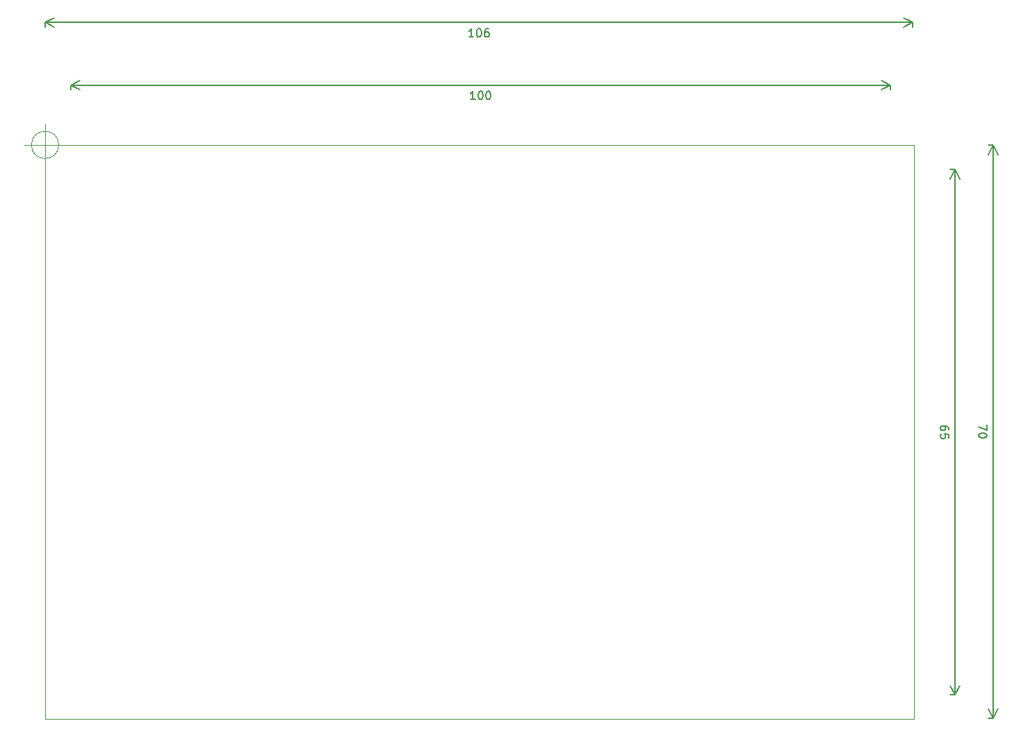
<source format=gbr>
%TF.GenerationSoftware,KiCad,Pcbnew,(5.1.8)-1*%
%TF.CreationDate,2021-03-14T10:01:34+01:00*%
%TF.ProjectId,Telerupteur_Emetteur_RF433_V2,54656c65-7275-4707-9465-75725f456d65,rev?*%
%TF.SameCoordinates,Original*%
%TF.FileFunction,OtherDrawing,Comment*%
%FSLAX46Y46*%
G04 Gerber Fmt 4.6, Leading zero omitted, Abs format (unit mm)*
G04 Created by KiCad (PCBNEW (5.1.8)-1) date 2021-03-14 10:01:34*
%MOMM*%
%LPD*%
G01*
G04 APERTURE LIST*
%TA.AperFunction,Profile*%
%ADD10C,0.050000*%
%TD*%
%ADD11C,0.150000*%
%TA.AperFunction,Profile*%
%ADD12C,0.100000*%
%TD*%
G04 APERTURE END LIST*
D10*
X50666666Y-49950000D02*
G75*
G03*
X50666666Y-49950000I-1666666J0D01*
G01*
X46500000Y-49950000D02*
X51500000Y-49950000D01*
X49000000Y-47450000D02*
X49000000Y-52450000D01*
D11*
X101270833Y-36777380D02*
X100699404Y-36777380D01*
X100985119Y-36777380D02*
X100985119Y-35777380D01*
X100889880Y-35920238D01*
X100794642Y-36015476D01*
X100699404Y-36063095D01*
X101889880Y-35777380D02*
X101985119Y-35777380D01*
X102080357Y-35825000D01*
X102127976Y-35872619D01*
X102175595Y-35967857D01*
X102223214Y-36158333D01*
X102223214Y-36396428D01*
X102175595Y-36586904D01*
X102127976Y-36682142D01*
X102080357Y-36729761D01*
X101985119Y-36777380D01*
X101889880Y-36777380D01*
X101794642Y-36729761D01*
X101747023Y-36682142D01*
X101699404Y-36586904D01*
X101651785Y-36396428D01*
X101651785Y-36158333D01*
X101699404Y-35967857D01*
X101747023Y-35872619D01*
X101794642Y-35825000D01*
X101889880Y-35777380D01*
X103080357Y-35777380D02*
X102889880Y-35777380D01*
X102794642Y-35825000D01*
X102747023Y-35872619D01*
X102651785Y-36015476D01*
X102604166Y-36205952D01*
X102604166Y-36586904D01*
X102651785Y-36682142D01*
X102699404Y-36729761D01*
X102794642Y-36777380D01*
X102985119Y-36777380D01*
X103080357Y-36729761D01*
X103127976Y-36682142D01*
X103175595Y-36586904D01*
X103175595Y-36348809D01*
X103127976Y-36253571D01*
X103080357Y-36205952D01*
X102985119Y-36158333D01*
X102794642Y-36158333D01*
X102699404Y-36205952D01*
X102651785Y-36253571D01*
X102604166Y-36348809D01*
X49000000Y-35025000D02*
X154875000Y-35025000D01*
X49000000Y-35025000D02*
X49000000Y-35611421D01*
X154875000Y-35025000D02*
X154875000Y-35611421D01*
X154875000Y-35025000D02*
X153748496Y-35611421D01*
X154875000Y-35025000D02*
X153748496Y-34438579D01*
X49000000Y-35025000D02*
X50126504Y-35611421D01*
X49000000Y-35025000D02*
X50126504Y-34438579D01*
X101458333Y-44402380D02*
X100886904Y-44402380D01*
X101172619Y-44402380D02*
X101172619Y-43402380D01*
X101077380Y-43545238D01*
X100982142Y-43640476D01*
X100886904Y-43688095D01*
X102077380Y-43402380D02*
X102172619Y-43402380D01*
X102267857Y-43450000D01*
X102315476Y-43497619D01*
X102363095Y-43592857D01*
X102410714Y-43783333D01*
X102410714Y-44021428D01*
X102363095Y-44211904D01*
X102315476Y-44307142D01*
X102267857Y-44354761D01*
X102172619Y-44402380D01*
X102077380Y-44402380D01*
X101982142Y-44354761D01*
X101934523Y-44307142D01*
X101886904Y-44211904D01*
X101839285Y-44021428D01*
X101839285Y-43783333D01*
X101886904Y-43592857D01*
X101934523Y-43497619D01*
X101982142Y-43450000D01*
X102077380Y-43402380D01*
X103029761Y-43402380D02*
X103125000Y-43402380D01*
X103220238Y-43450000D01*
X103267857Y-43497619D01*
X103315476Y-43592857D01*
X103363095Y-43783333D01*
X103363095Y-44021428D01*
X103315476Y-44211904D01*
X103267857Y-44307142D01*
X103220238Y-44354761D01*
X103125000Y-44402380D01*
X103029761Y-44402380D01*
X102934523Y-44354761D01*
X102886904Y-44307142D01*
X102839285Y-44211904D01*
X102791666Y-44021428D01*
X102791666Y-43783333D01*
X102839285Y-43592857D01*
X102886904Y-43497619D01*
X102934523Y-43450000D01*
X103029761Y-43402380D01*
X52100000Y-42650000D02*
X152150000Y-42650000D01*
X52100000Y-42650000D02*
X52100000Y-43236421D01*
X152150000Y-42650000D02*
X152150000Y-43236421D01*
X152150000Y-42650000D02*
X151023496Y-43236421D01*
X152150000Y-42650000D02*
X151023496Y-42063579D01*
X52100000Y-42650000D02*
X53226504Y-43236421D01*
X52100000Y-42650000D02*
X53226504Y-42063579D01*
X163897619Y-84127976D02*
X163897619Y-84794642D01*
X162897619Y-84366071D01*
X163897619Y-85366071D02*
X163897619Y-85461309D01*
X163850000Y-85556547D01*
X163802380Y-85604166D01*
X163707142Y-85651785D01*
X163516666Y-85699404D01*
X163278571Y-85699404D01*
X163088095Y-85651785D01*
X162992857Y-85604166D01*
X162945238Y-85556547D01*
X162897619Y-85461309D01*
X162897619Y-85366071D01*
X162945238Y-85270833D01*
X162992857Y-85223214D01*
X163088095Y-85175595D01*
X163278571Y-85127976D01*
X163516666Y-85127976D01*
X163707142Y-85175595D01*
X163802380Y-85223214D01*
X163850000Y-85270833D01*
X163897619Y-85366071D01*
X164650000Y-50000000D02*
X164650000Y-119875000D01*
X164650000Y-50000000D02*
X164063579Y-50000000D01*
X164650000Y-119875000D02*
X164063579Y-119875000D01*
X164650000Y-119875000D02*
X164063579Y-118748496D01*
X164650000Y-119875000D02*
X165236421Y-118748496D01*
X164650000Y-50000000D02*
X164063579Y-51126504D01*
X164650000Y-50000000D02*
X165236421Y-51126504D01*
X159222619Y-84714285D02*
X159222619Y-84523809D01*
X159175000Y-84428571D01*
X159127380Y-84380952D01*
X158984523Y-84285714D01*
X158794047Y-84238095D01*
X158413095Y-84238095D01*
X158317857Y-84285714D01*
X158270238Y-84333333D01*
X158222619Y-84428571D01*
X158222619Y-84619047D01*
X158270238Y-84714285D01*
X158317857Y-84761904D01*
X158413095Y-84809523D01*
X158651190Y-84809523D01*
X158746428Y-84761904D01*
X158794047Y-84714285D01*
X158841666Y-84619047D01*
X158841666Y-84428571D01*
X158794047Y-84333333D01*
X158746428Y-84285714D01*
X158651190Y-84238095D01*
X159222619Y-85714285D02*
X159222619Y-85238095D01*
X158746428Y-85190476D01*
X158794047Y-85238095D01*
X158841666Y-85333333D01*
X158841666Y-85571428D01*
X158794047Y-85666666D01*
X158746428Y-85714285D01*
X158651190Y-85761904D01*
X158413095Y-85761904D01*
X158317857Y-85714285D01*
X158270238Y-85666666D01*
X158222619Y-85571428D01*
X158222619Y-85333333D01*
X158270238Y-85238095D01*
X158317857Y-85190476D01*
X159975000Y-52975000D02*
X159975000Y-117025000D01*
X159975000Y-52975000D02*
X159388579Y-52975000D01*
X159975000Y-117025000D02*
X159388579Y-117025000D01*
X159975000Y-117025000D02*
X159388579Y-115898496D01*
X159975000Y-117025000D02*
X160561421Y-115898496D01*
X159975000Y-52975000D02*
X159388579Y-54101504D01*
X159975000Y-52975000D02*
X160561421Y-54101504D01*
D12*
X49000000Y-49950000D02*
X155000000Y-49975000D01*
D10*
X49000000Y-120000000D02*
X155000000Y-120000000D01*
X155000000Y-49975000D02*
X155000000Y-120000000D01*
D12*
X49000000Y-49950000D02*
X49000000Y-120000000D01*
M02*

</source>
